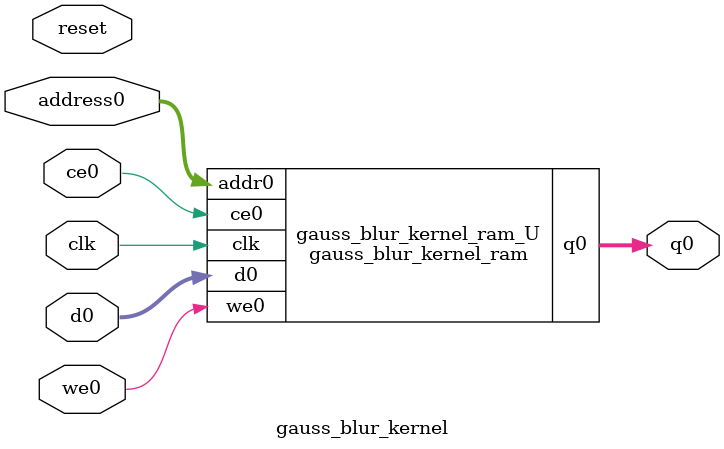
<source format=v>
`timescale 1 ns / 1 ps
module gauss_blur_kernel_ram (addr0, ce0, d0, we0, q0,  clk);

parameter DWIDTH = 8;
parameter AWIDTH = 4;
parameter MEM_SIZE = 9;

input[AWIDTH-1:0] addr0;
input ce0;
input[DWIDTH-1:0] d0;
input we0;
output reg[DWIDTH-1:0] q0;
input clk;

(* ram_style = "distributed" *)reg [DWIDTH-1:0] ram[0:MEM_SIZE-1];




always @(posedge clk)  
begin 
    if (ce0) begin
        if (we0) 
            ram[addr0] <= d0; 
        q0 <= ram[addr0];
    end
end


endmodule

`timescale 1 ns / 1 ps
module gauss_blur_kernel(
    reset,
    clk,
    address0,
    ce0,
    we0,
    d0,
    q0);

parameter DataWidth = 32'd8;
parameter AddressRange = 32'd9;
parameter AddressWidth = 32'd4;
input reset;
input clk;
input[AddressWidth - 1:0] address0;
input ce0;
input we0;
input[DataWidth - 1:0] d0;
output[DataWidth - 1:0] q0;



gauss_blur_kernel_ram gauss_blur_kernel_ram_U(
    .clk( clk ),
    .addr0( address0 ),
    .ce0( ce0 ),
    .we0( we0 ),
    .d0( d0 ),
    .q0( q0 ));

endmodule


</source>
